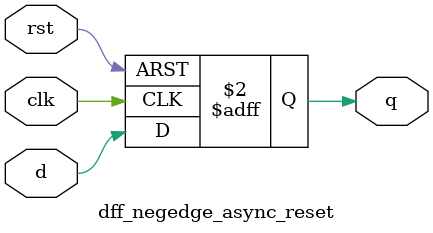
<source format=v>
module dff_negedge_async_reset (
    input clk,
    input rst, // active high async reset
    input d,
    output reg q
);
    always @(negedge clk or posedge rst) begin
        if (rst)
            q <= 0;
        else
            q <= d;
    end
endmodule

</source>
